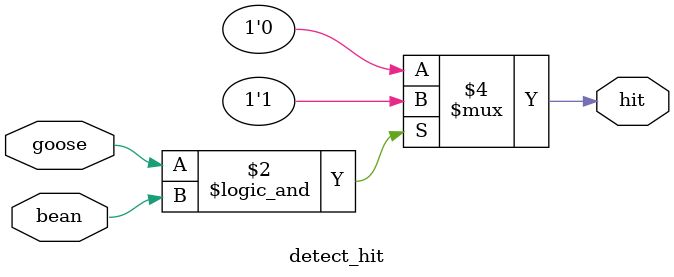
<source format=v>
`timescale 1ns / 1ps


module detect_hit(
    input goose,
    input bean,
    output reg hit
    );
    
    always @(*)
    begin
        if (goose && bean) hit = 1;
        else hit = 0;
    end
    
endmodule

</source>
